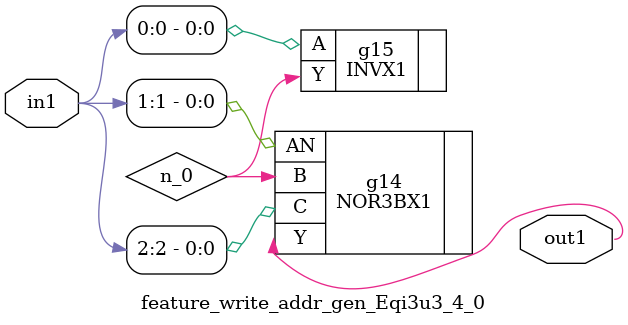
<source format=v>
`timescale 1ps / 1ps


module feature_write_addr_gen_Eqi3u3_4_0(in1, out1);
  input [2:0] in1;
  output out1;
  wire [2:0] in1;
  wire out1;
  wire n_0;
  NOR3BX1 g14(.AN (in1[1]), .B (n_0), .C (in1[2]), .Y (out1));
  INVX1 g15(.A (in1[0]), .Y (n_0));
endmodule



</source>
